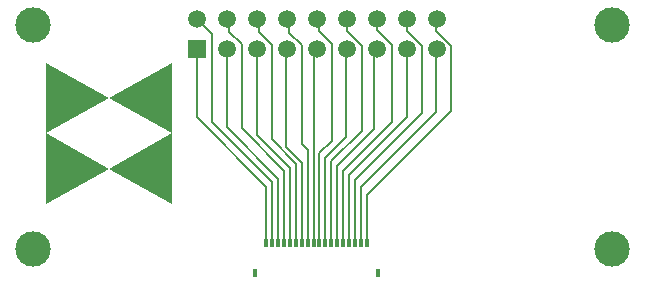
<source format=gtl>
G04*
G04 #@! TF.GenerationSoftware,Altium Limited,Altium Designer,23.9.2 (47)*
G04*
G04 Layer_Physical_Order=1*
G04 Layer_Color=255*
%FSLAX44Y44*%
%MOMM*%
G71*
G04*
G04 #@! TF.SameCoordinates,A97D38AF-4598-4E32-B0B2-6C7805A74480*
G04*
G04*
G04 #@! TF.FilePolarity,Positive*
G04*
G01*
G75*
%ADD12R,0.3000X0.8000*%
%ADD13R,0.4000X0.8000*%
%ADD19C,0.2040*%
%ADD20C,1.5000*%
%ADD21R,1.5000X1.5000*%
%ADD22C,3.0000*%
G36*
X147989Y187876D02*
Y187543D01*
Y186988D01*
Y185988D01*
Y185321D01*
Y184655D01*
Y183766D01*
Y182877D01*
Y181766D01*
Y180544D01*
Y179211D01*
Y177655D01*
Y175989D01*
Y174211D01*
Y172211D01*
Y169989D01*
Y167656D01*
Y165101D01*
Y162435D01*
Y159546D01*
Y156324D01*
Y152991D01*
Y149436D01*
Y145659D01*
Y141548D01*
X147989Y137326D01*
Y132771D01*
Y127994D01*
Y68000D01*
X94494Y97997D01*
X147989Y127994D01*
X94494Y157991D01*
X147989Y187988D01*
Y187876D01*
D02*
G37*
G36*
X94494Y157991D02*
X41000Y127994D01*
X94494Y97997D01*
X41000Y68000D01*
Y127994D01*
Y132771D01*
Y137326D01*
X41000Y141548D01*
Y145659D01*
Y149436D01*
Y152991D01*
Y156324D01*
Y159546D01*
Y162435D01*
Y165101D01*
Y167656D01*
Y169989D01*
Y172211D01*
Y174211D01*
Y175989D01*
Y177655D01*
Y179211D01*
Y180544D01*
Y181766D01*
Y182877D01*
Y183766D01*
Y184655D01*
Y185321D01*
Y185988D01*
Y186988D01*
Y187543D01*
Y187876D01*
Y187988D01*
X94494Y157991D01*
D02*
G37*
D12*
X312500Y35220D02*
D03*
X307500D02*
D03*
X302500D02*
D03*
X297500D02*
D03*
X292500D02*
D03*
X287500D02*
D03*
X282500D02*
D03*
X277500D02*
D03*
X272500D02*
D03*
X267500D02*
D03*
X262500D02*
D03*
X257500D02*
D03*
X252500D02*
D03*
X247500D02*
D03*
X242500D02*
D03*
X237500D02*
D03*
X232500D02*
D03*
X227500D02*
D03*
D13*
X322000Y10220D02*
D03*
X218000D02*
D03*
D19*
X267860Y35582D02*
Y199440D01*
X219501Y126499D02*
Y199440D01*
X312500Y35220D02*
Y75869D01*
X384000Y147369D02*
Y202000D01*
X312500Y75869D02*
X384000Y147369D01*
X371000Y215000D02*
X384000Y202000D01*
X371000Y215000D02*
Y224240D01*
X371600Y224840D01*
X371000Y146000D02*
Y199440D01*
X346200Y214800D02*
Y224840D01*
Y214800D02*
X359000Y202000D01*
X320800Y215200D02*
X333500Y202500D01*
X320800Y215200D02*
Y224840D01*
X295400Y214600D02*
Y224840D01*
Y214600D02*
X308100Y201900D01*
X295000Y125000D02*
Y199440D01*
X270000Y224840D02*
X271720Y223120D01*
Y214280D02*
Y223120D01*
Y214280D02*
X282700Y203300D01*
X244600Y224840D02*
X247000Y222440D01*
Y213000D02*
Y222440D01*
Y213000D02*
X257300Y202700D01*
X244000Y116770D02*
Y199440D01*
X219200Y224840D02*
X221000Y223040D01*
Y214000D02*
Y223040D01*
Y214000D02*
X231900Y203100D01*
X193800Y224840D02*
X196000Y222640D01*
Y214000D02*
Y222640D01*
Y214000D02*
X206500Y203500D01*
X168400Y224840D02*
X181100Y212140D01*
Y137900D02*
Y212140D01*
X227500Y35220D02*
Y82837D01*
X168400Y141937D02*
X227500Y82837D01*
X168400Y141937D02*
Y199440D01*
X282700Y121947D02*
Y203300D01*
X307500Y35220D02*
Y82500D01*
X371000Y146000D01*
X302500Y88500D02*
X359000Y145000D01*
Y202000D01*
X319000Y132000D02*
Y200000D01*
X308100Y130100D02*
Y201900D01*
X206500Y132500D02*
Y203500D01*
X193800Y133200D02*
Y199440D01*
X181100Y137900D02*
X232500Y86500D01*
Y35220D02*
Y86500D01*
X272500Y35220D02*
Y111748D01*
X282700Y121947D01*
X302500Y35220D02*
Y88500D01*
X333500Y137500D02*
Y202500D01*
X257300Y119447D02*
Y202700D01*
X237500Y35220D02*
Y89500D01*
X193800Y133200D02*
X237500Y89500D01*
X206500Y132500D02*
X242500Y96500D01*
X219501Y126499D02*
X247500Y98500D01*
Y35222D02*
Y98500D01*
X297500Y35222D02*
Y92500D01*
X347000Y142000D01*
Y201000D01*
X292500Y35222D02*
Y96500D01*
X333500Y137500D01*
X287500Y35222D02*
Y100500D01*
X319000Y132000D01*
X282500Y35222D02*
Y104500D01*
X308100Y130100D01*
X277500Y107500D02*
X295000Y125000D01*
X277500Y35222D02*
Y107500D01*
X267500Y35222D02*
X267860Y35582D01*
X262500Y35222D02*
Y114247D01*
X257300Y119447D02*
X262500Y114247D01*
X231900Y123100D02*
X252500Y102500D01*
Y35222D02*
Y102500D01*
X244000Y116770D02*
X257500Y103270D01*
Y35222D02*
Y103270D01*
X231900Y123100D02*
Y203100D01*
X242500Y35222D02*
Y96500D01*
D20*
X193800Y199440D02*
D03*
X219200D02*
D03*
X244600D02*
D03*
X270000D02*
D03*
X295400D02*
D03*
X168400Y224840D02*
D03*
X193800D02*
D03*
X219200D02*
D03*
X244600D02*
D03*
X270000D02*
D03*
X295400D02*
D03*
X320800Y199440D02*
D03*
Y224840D02*
D03*
X371600Y199440D02*
D03*
Y224840D02*
D03*
X346200Y199440D02*
D03*
Y224840D02*
D03*
D21*
X168400Y199440D02*
D03*
D22*
X520000Y30000D02*
D03*
Y220000D02*
D03*
X30000D02*
D03*
Y30000D02*
D03*
M02*

</source>
